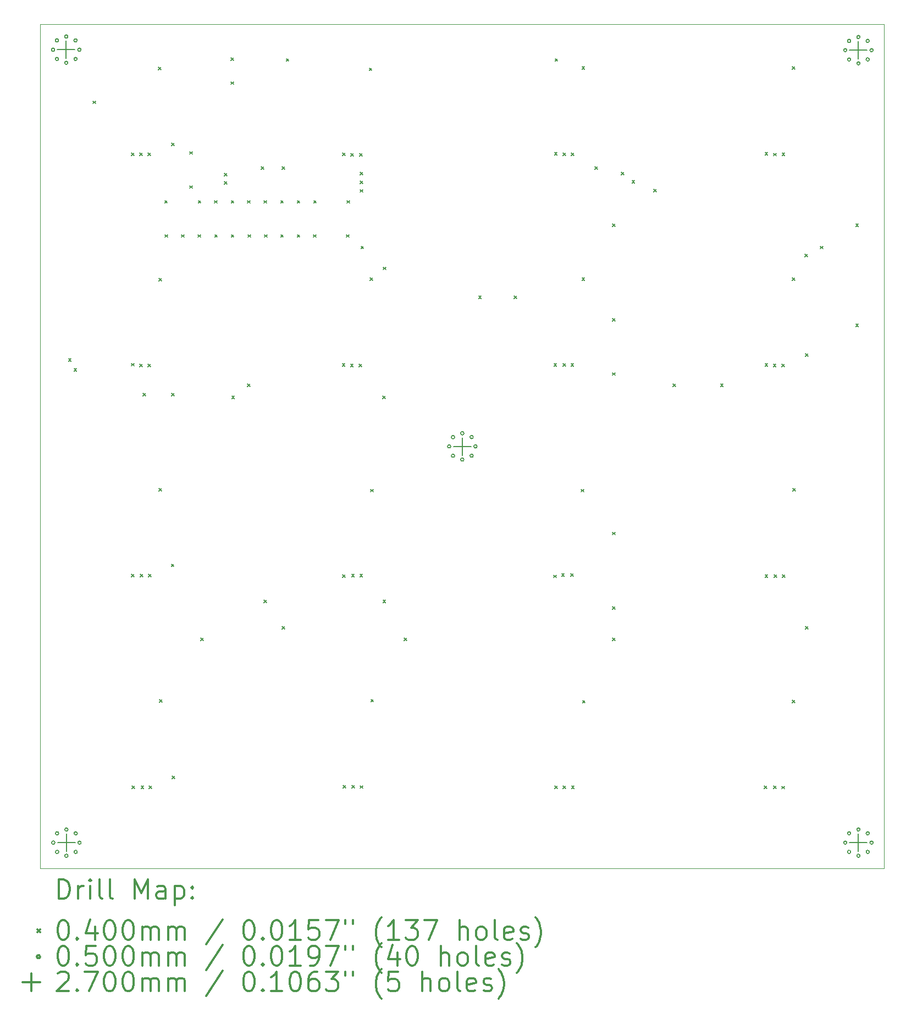
<source format=gbr>
%FSLAX45Y45*%
G04 Gerber Fmt 4.5, Leading zero omitted, Abs format (unit mm)*
G04 Created by KiCad (PCBNEW 5.1.10) date 2021-05-13 00:13:01*
%MOMM*%
%LPD*%
G01*
G04 APERTURE LIST*
%TA.AperFunction,Profile*%
%ADD10C,0.050000*%
%TD*%
%ADD11C,0.200000*%
%ADD12C,0.300000*%
G04 APERTURE END LIST*
D10*
X2742978Y-15405078D02*
X2740478Y-2407578D01*
X15737978Y-15405078D02*
X2742978Y-15405078D01*
X15737978Y-2407578D02*
X15737978Y-15405078D01*
X2740478Y-2407578D02*
X15737978Y-2407578D01*
D11*
X3175000Y-7555000D02*
X3215000Y-7595000D01*
X3215000Y-7555000D02*
X3175000Y-7595000D01*
X3260000Y-7710000D02*
X3300000Y-7750000D01*
X3300000Y-7710000D02*
X3260000Y-7750000D01*
X3555000Y-3590000D02*
X3595000Y-3630000D01*
X3595000Y-3590000D02*
X3555000Y-3630000D01*
X4147978Y-4387578D02*
X4187978Y-4427578D01*
X4187978Y-4387578D02*
X4147978Y-4427578D01*
X4147978Y-7627578D02*
X4187978Y-7667578D01*
X4187978Y-7627578D02*
X4147978Y-7667578D01*
X4147978Y-10872578D02*
X4187978Y-10912578D01*
X4187978Y-10872578D02*
X4147978Y-10912578D01*
X4152978Y-14132578D02*
X4192978Y-14172578D01*
X4192978Y-14132578D02*
X4152978Y-14172578D01*
X4270478Y-4387578D02*
X4310478Y-4427578D01*
X4310478Y-4387578D02*
X4270478Y-4427578D01*
X4272978Y-7640078D02*
X4312978Y-7680078D01*
X4312978Y-7640078D02*
X4272978Y-7680078D01*
X4280478Y-10872578D02*
X4320478Y-10912578D01*
X4320478Y-10872578D02*
X4280478Y-10912578D01*
X4292978Y-14132578D02*
X4332978Y-14172578D01*
X4332978Y-14132578D02*
X4292978Y-14172578D01*
X4322978Y-8087578D02*
X4362978Y-8127578D01*
X4362978Y-8087578D02*
X4322978Y-8127578D01*
X4400478Y-4387578D02*
X4440478Y-4427578D01*
X4440478Y-4387578D02*
X4400478Y-4427578D01*
X4400478Y-7640078D02*
X4440478Y-7680078D01*
X4440478Y-7640078D02*
X4400478Y-7680078D01*
X4405478Y-10872578D02*
X4445478Y-10912578D01*
X4445478Y-10872578D02*
X4405478Y-10912578D01*
X4415478Y-14137578D02*
X4455478Y-14177578D01*
X4455478Y-14137578D02*
X4415478Y-14177578D01*
X4557978Y-3067578D02*
X4597978Y-3107578D01*
X4597978Y-3067578D02*
X4557978Y-3107578D01*
X4567978Y-6317578D02*
X4607978Y-6357578D01*
X4607978Y-6317578D02*
X4567978Y-6357578D01*
X4567978Y-9552578D02*
X4607978Y-9592578D01*
X4607978Y-9552578D02*
X4567978Y-9592578D01*
X4577978Y-12807578D02*
X4617978Y-12847578D01*
X4617978Y-12807578D02*
X4577978Y-12847578D01*
X4657978Y-5122578D02*
X4697978Y-5162578D01*
X4697978Y-5122578D02*
X4657978Y-5162578D01*
X4662978Y-5647578D02*
X4702978Y-5687578D01*
X4702978Y-5647578D02*
X4662978Y-5687578D01*
X4760000Y-10720000D02*
X4800000Y-10760000D01*
X4800000Y-10720000D02*
X4760000Y-10760000D01*
X4762978Y-4237578D02*
X4802978Y-4277578D01*
X4802978Y-4237578D02*
X4762978Y-4277578D01*
X4762978Y-8087578D02*
X4802978Y-8127578D01*
X4802978Y-8087578D02*
X4762978Y-8127578D01*
X4775000Y-13980000D02*
X4815000Y-14020000D01*
X4815000Y-13980000D02*
X4775000Y-14020000D01*
X4917978Y-5647578D02*
X4957978Y-5687578D01*
X4957978Y-5647578D02*
X4917978Y-5687578D01*
X5040000Y-4370000D02*
X5080000Y-4410000D01*
X5080000Y-4370000D02*
X5040000Y-4410000D01*
X5040000Y-4895000D02*
X5080000Y-4935000D01*
X5080000Y-4895000D02*
X5040000Y-4935000D01*
X5167978Y-5647578D02*
X5207978Y-5687578D01*
X5207978Y-5647578D02*
X5167978Y-5687578D01*
X5172978Y-5122578D02*
X5212978Y-5162578D01*
X5212978Y-5122578D02*
X5172978Y-5162578D01*
X5212500Y-11857500D02*
X5252500Y-11897500D01*
X5252500Y-11857500D02*
X5212500Y-11897500D01*
X5422978Y-5122578D02*
X5462978Y-5162578D01*
X5462978Y-5122578D02*
X5422978Y-5162578D01*
X5427978Y-5647578D02*
X5467978Y-5687578D01*
X5467978Y-5647578D02*
X5427978Y-5687578D01*
X5577978Y-4702578D02*
X5617978Y-4742578D01*
X5617978Y-4702578D02*
X5577978Y-4742578D01*
X5577978Y-4832578D02*
X5617978Y-4872578D01*
X5617978Y-4832578D02*
X5577978Y-4872578D01*
X5677978Y-2927578D02*
X5717978Y-2967578D01*
X5717978Y-2927578D02*
X5677978Y-2967578D01*
X5677978Y-3292578D02*
X5717978Y-3332578D01*
X5717978Y-3292578D02*
X5677978Y-3332578D01*
X5682978Y-5122578D02*
X5722978Y-5162578D01*
X5722978Y-5122578D02*
X5682978Y-5162578D01*
X5682978Y-5647578D02*
X5722978Y-5687578D01*
X5722978Y-5647578D02*
X5682978Y-5687578D01*
X5690198Y-8135198D02*
X5730198Y-8175198D01*
X5730198Y-8135198D02*
X5690198Y-8175198D01*
X5932978Y-5122578D02*
X5972978Y-5162578D01*
X5972978Y-5122578D02*
X5932978Y-5162578D01*
X5932978Y-7947578D02*
X5972978Y-7987578D01*
X5972978Y-7947578D02*
X5932978Y-7987578D01*
X5937978Y-5647578D02*
X5977978Y-5687578D01*
X5977978Y-5647578D02*
X5937978Y-5687578D01*
X6142978Y-4602578D02*
X6182978Y-4642578D01*
X6182978Y-4602578D02*
X6142978Y-4642578D01*
X6186478Y-11271478D02*
X6226478Y-11311478D01*
X6226478Y-11271478D02*
X6186478Y-11311478D01*
X6186478Y-11271478D02*
X6226478Y-11311478D01*
X6226478Y-11271478D02*
X6186478Y-11311478D01*
X6187978Y-5122578D02*
X6227978Y-5162578D01*
X6227978Y-5122578D02*
X6187978Y-5162578D01*
X6192978Y-5647578D02*
X6232978Y-5687578D01*
X6232978Y-5647578D02*
X6192978Y-5687578D01*
X6442978Y-5122578D02*
X6482978Y-5162578D01*
X6482978Y-5122578D02*
X6442978Y-5162578D01*
X6442978Y-5647578D02*
X6482978Y-5687578D01*
X6482978Y-5647578D02*
X6442978Y-5687578D01*
X6462522Y-11677522D02*
X6502522Y-11717522D01*
X6502522Y-11677522D02*
X6462522Y-11717522D01*
X6462978Y-4602578D02*
X6502978Y-4642578D01*
X6502978Y-4602578D02*
X6462978Y-4642578D01*
X6527978Y-2937578D02*
X6567978Y-2977578D01*
X6567978Y-2937578D02*
X6527978Y-2977578D01*
X6697978Y-5122578D02*
X6737978Y-5162578D01*
X6737978Y-5122578D02*
X6697978Y-5162578D01*
X6697978Y-5647578D02*
X6737978Y-5687578D01*
X6737978Y-5647578D02*
X6697978Y-5687578D01*
X6947978Y-5647578D02*
X6987978Y-5687578D01*
X6987978Y-5647578D02*
X6947978Y-5687578D01*
X6952978Y-5122578D02*
X6992978Y-5162578D01*
X6992978Y-5122578D02*
X6952978Y-5162578D01*
X7392978Y-7632578D02*
X7432978Y-7672578D01*
X7432978Y-7632578D02*
X7392978Y-7672578D01*
X7395478Y-4392578D02*
X7435478Y-4432578D01*
X7435478Y-4392578D02*
X7395478Y-4432578D01*
X7397978Y-10882578D02*
X7437978Y-10922578D01*
X7437978Y-10882578D02*
X7397978Y-10922578D01*
X7407978Y-14127578D02*
X7447978Y-14167578D01*
X7447978Y-14127578D02*
X7407978Y-14167578D01*
X7457978Y-5647578D02*
X7497978Y-5687578D01*
X7497978Y-5647578D02*
X7457978Y-5687578D01*
X7462978Y-5122578D02*
X7502978Y-5162578D01*
X7502978Y-5122578D02*
X7462978Y-5162578D01*
X7520478Y-7640078D02*
X7560478Y-7680078D01*
X7560478Y-7640078D02*
X7520478Y-7680078D01*
X7522978Y-4397578D02*
X7562978Y-4437578D01*
X7562978Y-4397578D02*
X7522978Y-4437578D01*
X7535478Y-10875078D02*
X7575478Y-10915078D01*
X7575478Y-10875078D02*
X7535478Y-10915078D01*
X7542978Y-14127578D02*
X7582978Y-14167578D01*
X7582978Y-14127578D02*
X7542978Y-14167578D01*
X7652978Y-7640078D02*
X7692978Y-7680078D01*
X7692978Y-7640078D02*
X7652978Y-7680078D01*
X7660478Y-4397578D02*
X7700478Y-4437578D01*
X7700478Y-4397578D02*
X7660478Y-4437578D01*
X7662978Y-10875078D02*
X7702978Y-10915078D01*
X7702978Y-10875078D02*
X7662978Y-10915078D01*
X7667978Y-4687578D02*
X7707978Y-4727578D01*
X7707978Y-4687578D02*
X7667978Y-4727578D01*
X7667978Y-4822578D02*
X7707978Y-4862578D01*
X7707978Y-4822578D02*
X7667978Y-4862578D01*
X7667978Y-4952578D02*
X7707978Y-4992578D01*
X7707978Y-4952578D02*
X7667978Y-4992578D01*
X7667978Y-14130078D02*
X7707978Y-14170078D01*
X7707978Y-14130078D02*
X7667978Y-14170078D01*
X7680000Y-5825000D02*
X7720000Y-5865000D01*
X7720000Y-5825000D02*
X7680000Y-5865000D01*
X7807978Y-3082578D02*
X7847978Y-3122578D01*
X7847978Y-3082578D02*
X7807978Y-3122578D01*
X7817978Y-6312578D02*
X7857978Y-6352578D01*
X7857978Y-6312578D02*
X7817978Y-6352578D01*
X7827978Y-9567578D02*
X7867978Y-9607578D01*
X7867978Y-9567578D02*
X7827978Y-9607578D01*
X7832978Y-12802578D02*
X7872978Y-12842578D01*
X7872978Y-12802578D02*
X7832978Y-12842578D01*
X8015198Y-8135198D02*
X8055198Y-8175198D01*
X8055198Y-8135198D02*
X8015198Y-8175198D01*
X8018522Y-11271478D02*
X8058522Y-11311478D01*
X8058522Y-11271478D02*
X8018522Y-11311478D01*
X8022978Y-6147578D02*
X8062978Y-6187578D01*
X8062978Y-6147578D02*
X8022978Y-6187578D01*
X8347500Y-11857500D02*
X8387500Y-11897500D01*
X8387500Y-11857500D02*
X8347500Y-11897500D01*
X9492978Y-6592578D02*
X9532978Y-6632578D01*
X9532978Y-6592578D02*
X9492978Y-6632578D01*
X10037978Y-6592578D02*
X10077978Y-6632578D01*
X10077978Y-6592578D02*
X10037978Y-6632578D01*
X10647978Y-10887578D02*
X10687978Y-10927578D01*
X10687978Y-10887578D02*
X10647978Y-10927578D01*
X10652978Y-7632578D02*
X10692978Y-7672578D01*
X10692978Y-7632578D02*
X10652978Y-7672578D01*
X10660478Y-4382578D02*
X10700478Y-4422578D01*
X10700478Y-4382578D02*
X10660478Y-4422578D01*
X10662978Y-14132578D02*
X10702978Y-14172578D01*
X10702978Y-14132578D02*
X10662978Y-14172578D01*
X10667978Y-2937578D02*
X10707978Y-2977578D01*
X10707978Y-2937578D02*
X10667978Y-2977578D01*
X10770478Y-10867578D02*
X10810478Y-10907578D01*
X10810478Y-10867578D02*
X10770478Y-10907578D01*
X10790478Y-4390078D02*
X10830478Y-4430078D01*
X10830478Y-4390078D02*
X10790478Y-4430078D01*
X10790478Y-14137578D02*
X10830478Y-14177578D01*
X10830478Y-14137578D02*
X10790478Y-14177578D01*
X10792978Y-7630078D02*
X10832978Y-7670078D01*
X10832978Y-7630078D02*
X10792978Y-7670078D01*
X10910478Y-10865078D02*
X10950478Y-10905078D01*
X10950478Y-10865078D02*
X10910478Y-10905078D01*
X10915478Y-7630078D02*
X10955478Y-7670078D01*
X10955478Y-7630078D02*
X10915478Y-7670078D01*
X10917978Y-4392578D02*
X10957978Y-4432578D01*
X10957978Y-4392578D02*
X10917978Y-4432578D01*
X10922978Y-14137578D02*
X10962978Y-14177578D01*
X10962978Y-14137578D02*
X10922978Y-14177578D01*
X11072978Y-9567578D02*
X11112978Y-9607578D01*
X11112978Y-9567578D02*
X11072978Y-9607578D01*
X11082978Y-3062578D02*
X11122978Y-3102578D01*
X11122978Y-3062578D02*
X11082978Y-3102578D01*
X11082978Y-6312578D02*
X11122978Y-6352578D01*
X11122978Y-6312578D02*
X11082978Y-6352578D01*
X11092978Y-12817578D02*
X11132978Y-12857578D01*
X11132978Y-12817578D02*
X11092978Y-12857578D01*
X11282978Y-4602578D02*
X11322978Y-4642578D01*
X11322978Y-4602578D02*
X11282978Y-4642578D01*
X11552500Y-6937500D02*
X11592500Y-6977500D01*
X11592500Y-6937500D02*
X11552500Y-6977500D01*
X11552500Y-7772500D02*
X11592500Y-7812500D01*
X11592500Y-7772500D02*
X11552500Y-7812500D01*
X11552500Y-10227500D02*
X11592500Y-10267500D01*
X11592500Y-10227500D02*
X11552500Y-10267500D01*
X11552500Y-11372500D02*
X11592500Y-11412500D01*
X11592500Y-11372500D02*
X11552500Y-11412500D01*
X11552500Y-11857500D02*
X11592500Y-11897500D01*
X11592500Y-11857500D02*
X11552500Y-11897500D01*
X11555000Y-5480000D02*
X11595000Y-5520000D01*
X11595000Y-5480000D02*
X11555000Y-5520000D01*
X11687978Y-4687578D02*
X11727978Y-4727578D01*
X11727978Y-4687578D02*
X11687978Y-4727578D01*
X11855000Y-4815000D02*
X11895000Y-4855000D01*
X11895000Y-4815000D02*
X11855000Y-4855000D01*
X12190000Y-4950000D02*
X12230000Y-4990000D01*
X12230000Y-4950000D02*
X12190000Y-4990000D01*
X12482978Y-7947578D02*
X12522978Y-7987578D01*
X12522978Y-7947578D02*
X12482978Y-7987578D01*
X13217978Y-7947578D02*
X13257978Y-7987578D01*
X13257978Y-7947578D02*
X13217978Y-7987578D01*
X13892978Y-14137578D02*
X13932978Y-14177578D01*
X13932978Y-14137578D02*
X13892978Y-14177578D01*
X13902978Y-4382578D02*
X13942978Y-4422578D01*
X13942978Y-4382578D02*
X13902978Y-4422578D01*
X13902978Y-7632578D02*
X13942978Y-7672578D01*
X13942978Y-7632578D02*
X13902978Y-7672578D01*
X13902978Y-10882578D02*
X13942978Y-10922578D01*
X13942978Y-10882578D02*
X13902978Y-10922578D01*
X14030478Y-7640078D02*
X14070478Y-7680078D01*
X14070478Y-7640078D02*
X14030478Y-7680078D01*
X14032978Y-14137578D02*
X14072978Y-14177578D01*
X14072978Y-14137578D02*
X14032978Y-14177578D01*
X14035478Y-4395078D02*
X14075478Y-4435078D01*
X14075478Y-4395078D02*
X14035478Y-4435078D01*
X14040478Y-10885078D02*
X14080478Y-10925078D01*
X14080478Y-10885078D02*
X14040478Y-10925078D01*
X14160478Y-14140078D02*
X14200478Y-14180078D01*
X14200478Y-14140078D02*
X14160478Y-14180078D01*
X14162978Y-7640078D02*
X14202978Y-7680078D01*
X14202978Y-7640078D02*
X14162978Y-7680078D01*
X14165478Y-4390078D02*
X14205478Y-4430078D01*
X14205478Y-4390078D02*
X14165478Y-4430078D01*
X14170478Y-10885078D02*
X14210478Y-10925078D01*
X14210478Y-10885078D02*
X14170478Y-10925078D01*
X14322978Y-3062578D02*
X14362978Y-3102578D01*
X14362978Y-3062578D02*
X14322978Y-3102578D01*
X14322978Y-6312578D02*
X14362978Y-6352578D01*
X14362978Y-6312578D02*
X14322978Y-6352578D01*
X14322978Y-12812578D02*
X14362978Y-12852578D01*
X14362978Y-12812578D02*
X14322978Y-12852578D01*
X14327978Y-9557578D02*
X14367978Y-9597578D01*
X14367978Y-9557578D02*
X14327978Y-9597578D01*
X14517978Y-5947578D02*
X14557978Y-5987578D01*
X14557978Y-5947578D02*
X14517978Y-5987578D01*
X14522522Y-11677522D02*
X14562522Y-11717522D01*
X14562522Y-11677522D02*
X14522522Y-11717522D01*
X14522978Y-7477578D02*
X14562978Y-7517578D01*
X14562978Y-7477578D02*
X14522978Y-7517578D01*
X14755000Y-5825000D02*
X14795000Y-5865000D01*
X14795000Y-5825000D02*
X14755000Y-5865000D01*
X15300000Y-5480000D02*
X15340000Y-5520000D01*
X15340000Y-5480000D02*
X15300000Y-5520000D01*
X15300000Y-7025000D02*
X15340000Y-7065000D01*
X15340000Y-7025000D02*
X15300000Y-7065000D01*
X2962978Y-2800000D02*
G75*
G03*
X2962978Y-2800000I-25000J0D01*
G01*
X2965689Y-15007578D02*
G75*
G03*
X2965689Y-15007578I-25000J0D01*
G01*
X3022289Y-2656811D02*
G75*
G03*
X3022289Y-2656811I-25000J0D01*
G01*
X3022289Y-2943189D02*
G75*
G03*
X3022289Y-2943189I-25000J0D01*
G01*
X3025000Y-14864389D02*
G75*
G03*
X3025000Y-14864389I-25000J0D01*
G01*
X3025000Y-15150767D02*
G75*
G03*
X3025000Y-15150767I-25000J0D01*
G01*
X3165478Y-2597500D02*
G75*
G03*
X3165478Y-2597500I-25000J0D01*
G01*
X3165478Y-3002500D02*
G75*
G03*
X3165478Y-3002500I-25000J0D01*
G01*
X3168189Y-14805078D02*
G75*
G03*
X3168189Y-14805078I-25000J0D01*
G01*
X3168189Y-15210078D02*
G75*
G03*
X3168189Y-15210078I-25000J0D01*
G01*
X3308667Y-2656811D02*
G75*
G03*
X3308667Y-2656811I-25000J0D01*
G01*
X3308667Y-2943189D02*
G75*
G03*
X3308667Y-2943189I-25000J0D01*
G01*
X3311378Y-14864389D02*
G75*
G03*
X3311378Y-14864389I-25000J0D01*
G01*
X3311378Y-15150767D02*
G75*
G03*
X3311378Y-15150767I-25000J0D01*
G01*
X3367978Y-2800000D02*
G75*
G03*
X3367978Y-2800000I-25000J0D01*
G01*
X3370689Y-15007578D02*
G75*
G03*
X3370689Y-15007578I-25000J0D01*
G01*
X9062978Y-8907578D02*
G75*
G03*
X9062978Y-8907578I-25000J0D01*
G01*
X9122289Y-8764389D02*
G75*
G03*
X9122289Y-8764389I-25000J0D01*
G01*
X9122289Y-9050767D02*
G75*
G03*
X9122289Y-9050767I-25000J0D01*
G01*
X9265478Y-8705078D02*
G75*
G03*
X9265478Y-8705078I-25000J0D01*
G01*
X9265478Y-9110078D02*
G75*
G03*
X9265478Y-9110078I-25000J0D01*
G01*
X9408667Y-8764389D02*
G75*
G03*
X9408667Y-8764389I-25000J0D01*
G01*
X9408667Y-9050767D02*
G75*
G03*
X9408667Y-9050767I-25000J0D01*
G01*
X9467978Y-8907578D02*
G75*
G03*
X9467978Y-8907578I-25000J0D01*
G01*
X15162978Y-2807578D02*
G75*
G03*
X15162978Y-2807578I-25000J0D01*
G01*
X15162978Y-15007578D02*
G75*
G03*
X15162978Y-15007578I-25000J0D01*
G01*
X15222289Y-2664389D02*
G75*
G03*
X15222289Y-2664389I-25000J0D01*
G01*
X15222289Y-2950767D02*
G75*
G03*
X15222289Y-2950767I-25000J0D01*
G01*
X15222289Y-14864389D02*
G75*
G03*
X15222289Y-14864389I-25000J0D01*
G01*
X15222289Y-15150767D02*
G75*
G03*
X15222289Y-15150767I-25000J0D01*
G01*
X15365478Y-2605078D02*
G75*
G03*
X15365478Y-2605078I-25000J0D01*
G01*
X15365478Y-3010078D02*
G75*
G03*
X15365478Y-3010078I-25000J0D01*
G01*
X15365478Y-14805078D02*
G75*
G03*
X15365478Y-14805078I-25000J0D01*
G01*
X15365478Y-15210078D02*
G75*
G03*
X15365478Y-15210078I-25000J0D01*
G01*
X15508667Y-2664389D02*
G75*
G03*
X15508667Y-2664389I-25000J0D01*
G01*
X15508667Y-2950767D02*
G75*
G03*
X15508667Y-2950767I-25000J0D01*
G01*
X15508667Y-14864389D02*
G75*
G03*
X15508667Y-14864389I-25000J0D01*
G01*
X15508667Y-15150767D02*
G75*
G03*
X15508667Y-15150767I-25000J0D01*
G01*
X15567978Y-2807578D02*
G75*
G03*
X15567978Y-2807578I-25000J0D01*
G01*
X15567978Y-15007578D02*
G75*
G03*
X15567978Y-15007578I-25000J0D01*
G01*
X3140478Y-2665000D02*
X3140478Y-2935000D01*
X3005478Y-2800000D02*
X3275478Y-2800000D01*
X3143189Y-14872578D02*
X3143189Y-15142578D01*
X3008189Y-15007578D02*
X3278189Y-15007578D01*
X9240478Y-8772578D02*
X9240478Y-9042578D01*
X9105478Y-8907578D02*
X9375478Y-8907578D01*
X15340478Y-2672578D02*
X15340478Y-2942578D01*
X15205478Y-2807578D02*
X15475478Y-2807578D01*
X15340478Y-14872578D02*
X15340478Y-15142578D01*
X15205478Y-15007578D02*
X15475478Y-15007578D01*
D12*
X3024406Y-15873292D02*
X3024406Y-15573292D01*
X3095835Y-15573292D01*
X3138692Y-15587578D01*
X3167264Y-15616149D01*
X3181549Y-15644721D01*
X3195835Y-15701864D01*
X3195835Y-15744721D01*
X3181549Y-15801864D01*
X3167264Y-15830435D01*
X3138692Y-15859007D01*
X3095835Y-15873292D01*
X3024406Y-15873292D01*
X3324406Y-15873292D02*
X3324406Y-15673292D01*
X3324406Y-15730435D02*
X3338692Y-15701864D01*
X3352978Y-15687578D01*
X3381549Y-15673292D01*
X3410121Y-15673292D01*
X3510121Y-15873292D02*
X3510121Y-15673292D01*
X3510121Y-15573292D02*
X3495835Y-15587578D01*
X3510121Y-15601864D01*
X3524406Y-15587578D01*
X3510121Y-15573292D01*
X3510121Y-15601864D01*
X3695835Y-15873292D02*
X3667264Y-15859007D01*
X3652978Y-15830435D01*
X3652978Y-15573292D01*
X3852978Y-15873292D02*
X3824406Y-15859007D01*
X3810121Y-15830435D01*
X3810121Y-15573292D01*
X4195835Y-15873292D02*
X4195835Y-15573292D01*
X4295835Y-15787578D01*
X4395835Y-15573292D01*
X4395835Y-15873292D01*
X4667264Y-15873292D02*
X4667264Y-15716149D01*
X4652978Y-15687578D01*
X4624406Y-15673292D01*
X4567264Y-15673292D01*
X4538692Y-15687578D01*
X4667264Y-15859007D02*
X4638692Y-15873292D01*
X4567264Y-15873292D01*
X4538692Y-15859007D01*
X4524406Y-15830435D01*
X4524406Y-15801864D01*
X4538692Y-15773292D01*
X4567264Y-15759007D01*
X4638692Y-15759007D01*
X4667264Y-15744721D01*
X4810121Y-15673292D02*
X4810121Y-15973292D01*
X4810121Y-15687578D02*
X4838692Y-15673292D01*
X4895835Y-15673292D01*
X4924406Y-15687578D01*
X4938692Y-15701864D01*
X4952978Y-15730435D01*
X4952978Y-15816149D01*
X4938692Y-15844721D01*
X4924406Y-15859007D01*
X4895835Y-15873292D01*
X4838692Y-15873292D01*
X4810121Y-15859007D01*
X5081549Y-15844721D02*
X5095835Y-15859007D01*
X5081549Y-15873292D01*
X5067264Y-15859007D01*
X5081549Y-15844721D01*
X5081549Y-15873292D01*
X5081549Y-15687578D02*
X5095835Y-15701864D01*
X5081549Y-15716149D01*
X5067264Y-15701864D01*
X5081549Y-15687578D01*
X5081549Y-15716149D01*
X2697978Y-16347578D02*
X2737978Y-16387578D01*
X2737978Y-16347578D02*
X2697978Y-16387578D01*
X3081549Y-16203292D02*
X3110121Y-16203292D01*
X3138692Y-16217578D01*
X3152978Y-16231864D01*
X3167264Y-16260435D01*
X3181549Y-16317578D01*
X3181549Y-16389007D01*
X3167264Y-16446149D01*
X3152978Y-16474721D01*
X3138692Y-16489007D01*
X3110121Y-16503292D01*
X3081549Y-16503292D01*
X3052978Y-16489007D01*
X3038692Y-16474721D01*
X3024406Y-16446149D01*
X3010121Y-16389007D01*
X3010121Y-16317578D01*
X3024406Y-16260435D01*
X3038692Y-16231864D01*
X3052978Y-16217578D01*
X3081549Y-16203292D01*
X3310121Y-16474721D02*
X3324406Y-16489007D01*
X3310121Y-16503292D01*
X3295835Y-16489007D01*
X3310121Y-16474721D01*
X3310121Y-16503292D01*
X3581549Y-16303292D02*
X3581549Y-16503292D01*
X3510121Y-16189007D02*
X3438692Y-16403292D01*
X3624406Y-16403292D01*
X3795835Y-16203292D02*
X3824406Y-16203292D01*
X3852978Y-16217578D01*
X3867264Y-16231864D01*
X3881549Y-16260435D01*
X3895835Y-16317578D01*
X3895835Y-16389007D01*
X3881549Y-16446149D01*
X3867264Y-16474721D01*
X3852978Y-16489007D01*
X3824406Y-16503292D01*
X3795835Y-16503292D01*
X3767264Y-16489007D01*
X3752978Y-16474721D01*
X3738692Y-16446149D01*
X3724406Y-16389007D01*
X3724406Y-16317578D01*
X3738692Y-16260435D01*
X3752978Y-16231864D01*
X3767264Y-16217578D01*
X3795835Y-16203292D01*
X4081549Y-16203292D02*
X4110121Y-16203292D01*
X4138692Y-16217578D01*
X4152978Y-16231864D01*
X4167264Y-16260435D01*
X4181549Y-16317578D01*
X4181549Y-16389007D01*
X4167264Y-16446149D01*
X4152978Y-16474721D01*
X4138692Y-16489007D01*
X4110121Y-16503292D01*
X4081549Y-16503292D01*
X4052978Y-16489007D01*
X4038692Y-16474721D01*
X4024406Y-16446149D01*
X4010121Y-16389007D01*
X4010121Y-16317578D01*
X4024406Y-16260435D01*
X4038692Y-16231864D01*
X4052978Y-16217578D01*
X4081549Y-16203292D01*
X4310121Y-16503292D02*
X4310121Y-16303292D01*
X4310121Y-16331864D02*
X4324406Y-16317578D01*
X4352978Y-16303292D01*
X4395835Y-16303292D01*
X4424406Y-16317578D01*
X4438692Y-16346149D01*
X4438692Y-16503292D01*
X4438692Y-16346149D02*
X4452978Y-16317578D01*
X4481549Y-16303292D01*
X4524406Y-16303292D01*
X4552978Y-16317578D01*
X4567264Y-16346149D01*
X4567264Y-16503292D01*
X4710121Y-16503292D02*
X4710121Y-16303292D01*
X4710121Y-16331864D02*
X4724406Y-16317578D01*
X4752978Y-16303292D01*
X4795835Y-16303292D01*
X4824406Y-16317578D01*
X4838692Y-16346149D01*
X4838692Y-16503292D01*
X4838692Y-16346149D02*
X4852978Y-16317578D01*
X4881549Y-16303292D01*
X4924406Y-16303292D01*
X4952978Y-16317578D01*
X4967264Y-16346149D01*
X4967264Y-16503292D01*
X5552978Y-16189007D02*
X5295835Y-16574721D01*
X5938692Y-16203292D02*
X5967264Y-16203292D01*
X5995835Y-16217578D01*
X6010121Y-16231864D01*
X6024406Y-16260435D01*
X6038692Y-16317578D01*
X6038692Y-16389007D01*
X6024406Y-16446149D01*
X6010121Y-16474721D01*
X5995835Y-16489007D01*
X5967264Y-16503292D01*
X5938692Y-16503292D01*
X5910121Y-16489007D01*
X5895835Y-16474721D01*
X5881549Y-16446149D01*
X5867264Y-16389007D01*
X5867264Y-16317578D01*
X5881549Y-16260435D01*
X5895835Y-16231864D01*
X5910121Y-16217578D01*
X5938692Y-16203292D01*
X6167264Y-16474721D02*
X6181549Y-16489007D01*
X6167264Y-16503292D01*
X6152978Y-16489007D01*
X6167264Y-16474721D01*
X6167264Y-16503292D01*
X6367264Y-16203292D02*
X6395835Y-16203292D01*
X6424406Y-16217578D01*
X6438692Y-16231864D01*
X6452978Y-16260435D01*
X6467264Y-16317578D01*
X6467264Y-16389007D01*
X6452978Y-16446149D01*
X6438692Y-16474721D01*
X6424406Y-16489007D01*
X6395835Y-16503292D01*
X6367264Y-16503292D01*
X6338692Y-16489007D01*
X6324406Y-16474721D01*
X6310121Y-16446149D01*
X6295835Y-16389007D01*
X6295835Y-16317578D01*
X6310121Y-16260435D01*
X6324406Y-16231864D01*
X6338692Y-16217578D01*
X6367264Y-16203292D01*
X6752978Y-16503292D02*
X6581549Y-16503292D01*
X6667264Y-16503292D02*
X6667264Y-16203292D01*
X6638692Y-16246149D01*
X6610121Y-16274721D01*
X6581549Y-16289007D01*
X7024406Y-16203292D02*
X6881549Y-16203292D01*
X6867264Y-16346149D01*
X6881549Y-16331864D01*
X6910121Y-16317578D01*
X6981549Y-16317578D01*
X7010121Y-16331864D01*
X7024406Y-16346149D01*
X7038692Y-16374721D01*
X7038692Y-16446149D01*
X7024406Y-16474721D01*
X7010121Y-16489007D01*
X6981549Y-16503292D01*
X6910121Y-16503292D01*
X6881549Y-16489007D01*
X6867264Y-16474721D01*
X7138692Y-16203292D02*
X7338692Y-16203292D01*
X7210121Y-16503292D01*
X7438692Y-16203292D02*
X7438692Y-16260435D01*
X7552978Y-16203292D02*
X7552978Y-16260435D01*
X7995835Y-16617578D02*
X7981549Y-16603292D01*
X7952978Y-16560435D01*
X7938692Y-16531864D01*
X7924406Y-16489007D01*
X7910121Y-16417578D01*
X7910121Y-16360435D01*
X7924406Y-16289007D01*
X7938692Y-16246149D01*
X7952978Y-16217578D01*
X7981549Y-16174721D01*
X7995835Y-16160435D01*
X8267264Y-16503292D02*
X8095835Y-16503292D01*
X8181549Y-16503292D02*
X8181549Y-16203292D01*
X8152978Y-16246149D01*
X8124406Y-16274721D01*
X8095835Y-16289007D01*
X8367264Y-16203292D02*
X8552978Y-16203292D01*
X8452978Y-16317578D01*
X8495835Y-16317578D01*
X8524406Y-16331864D01*
X8538692Y-16346149D01*
X8552978Y-16374721D01*
X8552978Y-16446149D01*
X8538692Y-16474721D01*
X8524406Y-16489007D01*
X8495835Y-16503292D01*
X8410121Y-16503292D01*
X8381549Y-16489007D01*
X8367264Y-16474721D01*
X8652978Y-16203292D02*
X8852978Y-16203292D01*
X8724406Y-16503292D01*
X9195835Y-16503292D02*
X9195835Y-16203292D01*
X9324406Y-16503292D02*
X9324406Y-16346149D01*
X9310121Y-16317578D01*
X9281549Y-16303292D01*
X9238692Y-16303292D01*
X9210121Y-16317578D01*
X9195835Y-16331864D01*
X9510121Y-16503292D02*
X9481549Y-16489007D01*
X9467264Y-16474721D01*
X9452978Y-16446149D01*
X9452978Y-16360435D01*
X9467264Y-16331864D01*
X9481549Y-16317578D01*
X9510121Y-16303292D01*
X9552978Y-16303292D01*
X9581549Y-16317578D01*
X9595835Y-16331864D01*
X9610121Y-16360435D01*
X9610121Y-16446149D01*
X9595835Y-16474721D01*
X9581549Y-16489007D01*
X9552978Y-16503292D01*
X9510121Y-16503292D01*
X9781549Y-16503292D02*
X9752978Y-16489007D01*
X9738692Y-16460435D01*
X9738692Y-16203292D01*
X10010121Y-16489007D02*
X9981549Y-16503292D01*
X9924406Y-16503292D01*
X9895835Y-16489007D01*
X9881549Y-16460435D01*
X9881549Y-16346149D01*
X9895835Y-16317578D01*
X9924406Y-16303292D01*
X9981549Y-16303292D01*
X10010121Y-16317578D01*
X10024406Y-16346149D01*
X10024406Y-16374721D01*
X9881549Y-16403292D01*
X10138692Y-16489007D02*
X10167264Y-16503292D01*
X10224406Y-16503292D01*
X10252978Y-16489007D01*
X10267264Y-16460435D01*
X10267264Y-16446149D01*
X10252978Y-16417578D01*
X10224406Y-16403292D01*
X10181549Y-16403292D01*
X10152978Y-16389007D01*
X10138692Y-16360435D01*
X10138692Y-16346149D01*
X10152978Y-16317578D01*
X10181549Y-16303292D01*
X10224406Y-16303292D01*
X10252978Y-16317578D01*
X10367264Y-16617578D02*
X10381549Y-16603292D01*
X10410121Y-16560435D01*
X10424406Y-16531864D01*
X10438692Y-16489007D01*
X10452978Y-16417578D01*
X10452978Y-16360435D01*
X10438692Y-16289007D01*
X10424406Y-16246149D01*
X10410121Y-16217578D01*
X10381549Y-16174721D01*
X10367264Y-16160435D01*
X2737978Y-16763578D02*
G75*
G03*
X2737978Y-16763578I-25000J0D01*
G01*
X3081549Y-16599292D02*
X3110121Y-16599292D01*
X3138692Y-16613578D01*
X3152978Y-16627864D01*
X3167264Y-16656435D01*
X3181549Y-16713578D01*
X3181549Y-16785007D01*
X3167264Y-16842150D01*
X3152978Y-16870721D01*
X3138692Y-16885007D01*
X3110121Y-16899292D01*
X3081549Y-16899292D01*
X3052978Y-16885007D01*
X3038692Y-16870721D01*
X3024406Y-16842150D01*
X3010121Y-16785007D01*
X3010121Y-16713578D01*
X3024406Y-16656435D01*
X3038692Y-16627864D01*
X3052978Y-16613578D01*
X3081549Y-16599292D01*
X3310121Y-16870721D02*
X3324406Y-16885007D01*
X3310121Y-16899292D01*
X3295835Y-16885007D01*
X3310121Y-16870721D01*
X3310121Y-16899292D01*
X3595835Y-16599292D02*
X3452978Y-16599292D01*
X3438692Y-16742149D01*
X3452978Y-16727864D01*
X3481549Y-16713578D01*
X3552978Y-16713578D01*
X3581549Y-16727864D01*
X3595835Y-16742149D01*
X3610121Y-16770721D01*
X3610121Y-16842150D01*
X3595835Y-16870721D01*
X3581549Y-16885007D01*
X3552978Y-16899292D01*
X3481549Y-16899292D01*
X3452978Y-16885007D01*
X3438692Y-16870721D01*
X3795835Y-16599292D02*
X3824406Y-16599292D01*
X3852978Y-16613578D01*
X3867264Y-16627864D01*
X3881549Y-16656435D01*
X3895835Y-16713578D01*
X3895835Y-16785007D01*
X3881549Y-16842150D01*
X3867264Y-16870721D01*
X3852978Y-16885007D01*
X3824406Y-16899292D01*
X3795835Y-16899292D01*
X3767264Y-16885007D01*
X3752978Y-16870721D01*
X3738692Y-16842150D01*
X3724406Y-16785007D01*
X3724406Y-16713578D01*
X3738692Y-16656435D01*
X3752978Y-16627864D01*
X3767264Y-16613578D01*
X3795835Y-16599292D01*
X4081549Y-16599292D02*
X4110121Y-16599292D01*
X4138692Y-16613578D01*
X4152978Y-16627864D01*
X4167264Y-16656435D01*
X4181549Y-16713578D01*
X4181549Y-16785007D01*
X4167264Y-16842150D01*
X4152978Y-16870721D01*
X4138692Y-16885007D01*
X4110121Y-16899292D01*
X4081549Y-16899292D01*
X4052978Y-16885007D01*
X4038692Y-16870721D01*
X4024406Y-16842150D01*
X4010121Y-16785007D01*
X4010121Y-16713578D01*
X4024406Y-16656435D01*
X4038692Y-16627864D01*
X4052978Y-16613578D01*
X4081549Y-16599292D01*
X4310121Y-16899292D02*
X4310121Y-16699292D01*
X4310121Y-16727864D02*
X4324406Y-16713578D01*
X4352978Y-16699292D01*
X4395835Y-16699292D01*
X4424406Y-16713578D01*
X4438692Y-16742149D01*
X4438692Y-16899292D01*
X4438692Y-16742149D02*
X4452978Y-16713578D01*
X4481549Y-16699292D01*
X4524406Y-16699292D01*
X4552978Y-16713578D01*
X4567264Y-16742149D01*
X4567264Y-16899292D01*
X4710121Y-16899292D02*
X4710121Y-16699292D01*
X4710121Y-16727864D02*
X4724406Y-16713578D01*
X4752978Y-16699292D01*
X4795835Y-16699292D01*
X4824406Y-16713578D01*
X4838692Y-16742149D01*
X4838692Y-16899292D01*
X4838692Y-16742149D02*
X4852978Y-16713578D01*
X4881549Y-16699292D01*
X4924406Y-16699292D01*
X4952978Y-16713578D01*
X4967264Y-16742149D01*
X4967264Y-16899292D01*
X5552978Y-16585007D02*
X5295835Y-16970721D01*
X5938692Y-16599292D02*
X5967264Y-16599292D01*
X5995835Y-16613578D01*
X6010121Y-16627864D01*
X6024406Y-16656435D01*
X6038692Y-16713578D01*
X6038692Y-16785007D01*
X6024406Y-16842150D01*
X6010121Y-16870721D01*
X5995835Y-16885007D01*
X5967264Y-16899292D01*
X5938692Y-16899292D01*
X5910121Y-16885007D01*
X5895835Y-16870721D01*
X5881549Y-16842150D01*
X5867264Y-16785007D01*
X5867264Y-16713578D01*
X5881549Y-16656435D01*
X5895835Y-16627864D01*
X5910121Y-16613578D01*
X5938692Y-16599292D01*
X6167264Y-16870721D02*
X6181549Y-16885007D01*
X6167264Y-16899292D01*
X6152978Y-16885007D01*
X6167264Y-16870721D01*
X6167264Y-16899292D01*
X6367264Y-16599292D02*
X6395835Y-16599292D01*
X6424406Y-16613578D01*
X6438692Y-16627864D01*
X6452978Y-16656435D01*
X6467264Y-16713578D01*
X6467264Y-16785007D01*
X6452978Y-16842150D01*
X6438692Y-16870721D01*
X6424406Y-16885007D01*
X6395835Y-16899292D01*
X6367264Y-16899292D01*
X6338692Y-16885007D01*
X6324406Y-16870721D01*
X6310121Y-16842150D01*
X6295835Y-16785007D01*
X6295835Y-16713578D01*
X6310121Y-16656435D01*
X6324406Y-16627864D01*
X6338692Y-16613578D01*
X6367264Y-16599292D01*
X6752978Y-16899292D02*
X6581549Y-16899292D01*
X6667264Y-16899292D02*
X6667264Y-16599292D01*
X6638692Y-16642149D01*
X6610121Y-16670721D01*
X6581549Y-16685007D01*
X6895835Y-16899292D02*
X6952978Y-16899292D01*
X6981549Y-16885007D01*
X6995835Y-16870721D01*
X7024406Y-16827864D01*
X7038692Y-16770721D01*
X7038692Y-16656435D01*
X7024406Y-16627864D01*
X7010121Y-16613578D01*
X6981549Y-16599292D01*
X6924406Y-16599292D01*
X6895835Y-16613578D01*
X6881549Y-16627864D01*
X6867264Y-16656435D01*
X6867264Y-16727864D01*
X6881549Y-16756435D01*
X6895835Y-16770721D01*
X6924406Y-16785007D01*
X6981549Y-16785007D01*
X7010121Y-16770721D01*
X7024406Y-16756435D01*
X7038692Y-16727864D01*
X7138692Y-16599292D02*
X7338692Y-16599292D01*
X7210121Y-16899292D01*
X7438692Y-16599292D02*
X7438692Y-16656435D01*
X7552978Y-16599292D02*
X7552978Y-16656435D01*
X7995835Y-17013578D02*
X7981549Y-16999292D01*
X7952978Y-16956435D01*
X7938692Y-16927864D01*
X7924406Y-16885007D01*
X7910121Y-16813578D01*
X7910121Y-16756435D01*
X7924406Y-16685007D01*
X7938692Y-16642149D01*
X7952978Y-16613578D01*
X7981549Y-16570721D01*
X7995835Y-16556435D01*
X8238692Y-16699292D02*
X8238692Y-16899292D01*
X8167264Y-16585007D02*
X8095835Y-16799292D01*
X8281549Y-16799292D01*
X8452978Y-16599292D02*
X8481549Y-16599292D01*
X8510121Y-16613578D01*
X8524406Y-16627864D01*
X8538692Y-16656435D01*
X8552978Y-16713578D01*
X8552978Y-16785007D01*
X8538692Y-16842150D01*
X8524406Y-16870721D01*
X8510121Y-16885007D01*
X8481549Y-16899292D01*
X8452978Y-16899292D01*
X8424406Y-16885007D01*
X8410121Y-16870721D01*
X8395835Y-16842150D01*
X8381549Y-16785007D01*
X8381549Y-16713578D01*
X8395835Y-16656435D01*
X8410121Y-16627864D01*
X8424406Y-16613578D01*
X8452978Y-16599292D01*
X8910121Y-16899292D02*
X8910121Y-16599292D01*
X9038692Y-16899292D02*
X9038692Y-16742149D01*
X9024406Y-16713578D01*
X8995835Y-16699292D01*
X8952978Y-16699292D01*
X8924406Y-16713578D01*
X8910121Y-16727864D01*
X9224406Y-16899292D02*
X9195835Y-16885007D01*
X9181549Y-16870721D01*
X9167264Y-16842150D01*
X9167264Y-16756435D01*
X9181549Y-16727864D01*
X9195835Y-16713578D01*
X9224406Y-16699292D01*
X9267264Y-16699292D01*
X9295835Y-16713578D01*
X9310121Y-16727864D01*
X9324406Y-16756435D01*
X9324406Y-16842150D01*
X9310121Y-16870721D01*
X9295835Y-16885007D01*
X9267264Y-16899292D01*
X9224406Y-16899292D01*
X9495835Y-16899292D02*
X9467264Y-16885007D01*
X9452978Y-16856435D01*
X9452978Y-16599292D01*
X9724406Y-16885007D02*
X9695835Y-16899292D01*
X9638692Y-16899292D01*
X9610121Y-16885007D01*
X9595835Y-16856435D01*
X9595835Y-16742149D01*
X9610121Y-16713578D01*
X9638692Y-16699292D01*
X9695835Y-16699292D01*
X9724406Y-16713578D01*
X9738692Y-16742149D01*
X9738692Y-16770721D01*
X9595835Y-16799292D01*
X9852978Y-16885007D02*
X9881549Y-16899292D01*
X9938692Y-16899292D01*
X9967264Y-16885007D01*
X9981549Y-16856435D01*
X9981549Y-16842150D01*
X9967264Y-16813578D01*
X9938692Y-16799292D01*
X9895835Y-16799292D01*
X9867264Y-16785007D01*
X9852978Y-16756435D01*
X9852978Y-16742149D01*
X9867264Y-16713578D01*
X9895835Y-16699292D01*
X9938692Y-16699292D01*
X9967264Y-16713578D01*
X10081549Y-17013578D02*
X10095835Y-16999292D01*
X10124406Y-16956435D01*
X10138692Y-16927864D01*
X10152978Y-16885007D01*
X10167264Y-16813578D01*
X10167264Y-16756435D01*
X10152978Y-16685007D01*
X10138692Y-16642149D01*
X10124406Y-16613578D01*
X10095835Y-16570721D01*
X10081549Y-16556435D01*
X2602978Y-17024578D02*
X2602978Y-17294578D01*
X2467978Y-17159578D02*
X2737978Y-17159578D01*
X3010121Y-17023864D02*
X3024406Y-17009578D01*
X3052978Y-16995292D01*
X3124406Y-16995292D01*
X3152978Y-17009578D01*
X3167264Y-17023864D01*
X3181549Y-17052435D01*
X3181549Y-17081007D01*
X3167264Y-17123864D01*
X2995835Y-17295292D01*
X3181549Y-17295292D01*
X3310121Y-17266721D02*
X3324406Y-17281007D01*
X3310121Y-17295292D01*
X3295835Y-17281007D01*
X3310121Y-17266721D01*
X3310121Y-17295292D01*
X3424406Y-16995292D02*
X3624406Y-16995292D01*
X3495835Y-17295292D01*
X3795835Y-16995292D02*
X3824406Y-16995292D01*
X3852978Y-17009578D01*
X3867264Y-17023864D01*
X3881549Y-17052435D01*
X3895835Y-17109578D01*
X3895835Y-17181007D01*
X3881549Y-17238150D01*
X3867264Y-17266721D01*
X3852978Y-17281007D01*
X3824406Y-17295292D01*
X3795835Y-17295292D01*
X3767264Y-17281007D01*
X3752978Y-17266721D01*
X3738692Y-17238150D01*
X3724406Y-17181007D01*
X3724406Y-17109578D01*
X3738692Y-17052435D01*
X3752978Y-17023864D01*
X3767264Y-17009578D01*
X3795835Y-16995292D01*
X4081549Y-16995292D02*
X4110121Y-16995292D01*
X4138692Y-17009578D01*
X4152978Y-17023864D01*
X4167264Y-17052435D01*
X4181549Y-17109578D01*
X4181549Y-17181007D01*
X4167264Y-17238150D01*
X4152978Y-17266721D01*
X4138692Y-17281007D01*
X4110121Y-17295292D01*
X4081549Y-17295292D01*
X4052978Y-17281007D01*
X4038692Y-17266721D01*
X4024406Y-17238150D01*
X4010121Y-17181007D01*
X4010121Y-17109578D01*
X4024406Y-17052435D01*
X4038692Y-17023864D01*
X4052978Y-17009578D01*
X4081549Y-16995292D01*
X4310121Y-17295292D02*
X4310121Y-17095292D01*
X4310121Y-17123864D02*
X4324406Y-17109578D01*
X4352978Y-17095292D01*
X4395835Y-17095292D01*
X4424406Y-17109578D01*
X4438692Y-17138150D01*
X4438692Y-17295292D01*
X4438692Y-17138150D02*
X4452978Y-17109578D01*
X4481549Y-17095292D01*
X4524406Y-17095292D01*
X4552978Y-17109578D01*
X4567264Y-17138150D01*
X4567264Y-17295292D01*
X4710121Y-17295292D02*
X4710121Y-17095292D01*
X4710121Y-17123864D02*
X4724406Y-17109578D01*
X4752978Y-17095292D01*
X4795835Y-17095292D01*
X4824406Y-17109578D01*
X4838692Y-17138150D01*
X4838692Y-17295292D01*
X4838692Y-17138150D02*
X4852978Y-17109578D01*
X4881549Y-17095292D01*
X4924406Y-17095292D01*
X4952978Y-17109578D01*
X4967264Y-17138150D01*
X4967264Y-17295292D01*
X5552978Y-16981007D02*
X5295835Y-17366721D01*
X5938692Y-16995292D02*
X5967264Y-16995292D01*
X5995835Y-17009578D01*
X6010121Y-17023864D01*
X6024406Y-17052435D01*
X6038692Y-17109578D01*
X6038692Y-17181007D01*
X6024406Y-17238150D01*
X6010121Y-17266721D01*
X5995835Y-17281007D01*
X5967264Y-17295292D01*
X5938692Y-17295292D01*
X5910121Y-17281007D01*
X5895835Y-17266721D01*
X5881549Y-17238150D01*
X5867264Y-17181007D01*
X5867264Y-17109578D01*
X5881549Y-17052435D01*
X5895835Y-17023864D01*
X5910121Y-17009578D01*
X5938692Y-16995292D01*
X6167264Y-17266721D02*
X6181549Y-17281007D01*
X6167264Y-17295292D01*
X6152978Y-17281007D01*
X6167264Y-17266721D01*
X6167264Y-17295292D01*
X6467264Y-17295292D02*
X6295835Y-17295292D01*
X6381549Y-17295292D02*
X6381549Y-16995292D01*
X6352978Y-17038150D01*
X6324406Y-17066721D01*
X6295835Y-17081007D01*
X6652978Y-16995292D02*
X6681549Y-16995292D01*
X6710121Y-17009578D01*
X6724406Y-17023864D01*
X6738692Y-17052435D01*
X6752978Y-17109578D01*
X6752978Y-17181007D01*
X6738692Y-17238150D01*
X6724406Y-17266721D01*
X6710121Y-17281007D01*
X6681549Y-17295292D01*
X6652978Y-17295292D01*
X6624406Y-17281007D01*
X6610121Y-17266721D01*
X6595835Y-17238150D01*
X6581549Y-17181007D01*
X6581549Y-17109578D01*
X6595835Y-17052435D01*
X6610121Y-17023864D01*
X6624406Y-17009578D01*
X6652978Y-16995292D01*
X7010121Y-16995292D02*
X6952978Y-16995292D01*
X6924406Y-17009578D01*
X6910121Y-17023864D01*
X6881549Y-17066721D01*
X6867264Y-17123864D01*
X6867264Y-17238150D01*
X6881549Y-17266721D01*
X6895835Y-17281007D01*
X6924406Y-17295292D01*
X6981549Y-17295292D01*
X7010121Y-17281007D01*
X7024406Y-17266721D01*
X7038692Y-17238150D01*
X7038692Y-17166721D01*
X7024406Y-17138150D01*
X7010121Y-17123864D01*
X6981549Y-17109578D01*
X6924406Y-17109578D01*
X6895835Y-17123864D01*
X6881549Y-17138150D01*
X6867264Y-17166721D01*
X7138692Y-16995292D02*
X7324406Y-16995292D01*
X7224406Y-17109578D01*
X7267264Y-17109578D01*
X7295835Y-17123864D01*
X7310121Y-17138150D01*
X7324406Y-17166721D01*
X7324406Y-17238150D01*
X7310121Y-17266721D01*
X7295835Y-17281007D01*
X7267264Y-17295292D01*
X7181549Y-17295292D01*
X7152978Y-17281007D01*
X7138692Y-17266721D01*
X7438692Y-16995292D02*
X7438692Y-17052435D01*
X7552978Y-16995292D02*
X7552978Y-17052435D01*
X7995835Y-17409578D02*
X7981549Y-17395292D01*
X7952978Y-17352435D01*
X7938692Y-17323864D01*
X7924406Y-17281007D01*
X7910121Y-17209578D01*
X7910121Y-17152435D01*
X7924406Y-17081007D01*
X7938692Y-17038150D01*
X7952978Y-17009578D01*
X7981549Y-16966721D01*
X7995835Y-16952435D01*
X8252978Y-16995292D02*
X8110121Y-16995292D01*
X8095835Y-17138150D01*
X8110121Y-17123864D01*
X8138692Y-17109578D01*
X8210121Y-17109578D01*
X8238692Y-17123864D01*
X8252978Y-17138150D01*
X8267264Y-17166721D01*
X8267264Y-17238150D01*
X8252978Y-17266721D01*
X8238692Y-17281007D01*
X8210121Y-17295292D01*
X8138692Y-17295292D01*
X8110121Y-17281007D01*
X8095835Y-17266721D01*
X8624406Y-17295292D02*
X8624406Y-16995292D01*
X8752978Y-17295292D02*
X8752978Y-17138150D01*
X8738692Y-17109578D01*
X8710121Y-17095292D01*
X8667264Y-17095292D01*
X8638692Y-17109578D01*
X8624406Y-17123864D01*
X8938692Y-17295292D02*
X8910121Y-17281007D01*
X8895835Y-17266721D01*
X8881549Y-17238150D01*
X8881549Y-17152435D01*
X8895835Y-17123864D01*
X8910121Y-17109578D01*
X8938692Y-17095292D01*
X8981549Y-17095292D01*
X9010121Y-17109578D01*
X9024406Y-17123864D01*
X9038692Y-17152435D01*
X9038692Y-17238150D01*
X9024406Y-17266721D01*
X9010121Y-17281007D01*
X8981549Y-17295292D01*
X8938692Y-17295292D01*
X9210121Y-17295292D02*
X9181549Y-17281007D01*
X9167264Y-17252435D01*
X9167264Y-16995292D01*
X9438692Y-17281007D02*
X9410121Y-17295292D01*
X9352978Y-17295292D01*
X9324406Y-17281007D01*
X9310121Y-17252435D01*
X9310121Y-17138150D01*
X9324406Y-17109578D01*
X9352978Y-17095292D01*
X9410121Y-17095292D01*
X9438692Y-17109578D01*
X9452978Y-17138150D01*
X9452978Y-17166721D01*
X9310121Y-17195292D01*
X9567264Y-17281007D02*
X9595835Y-17295292D01*
X9652978Y-17295292D01*
X9681549Y-17281007D01*
X9695835Y-17252435D01*
X9695835Y-17238150D01*
X9681549Y-17209578D01*
X9652978Y-17195292D01*
X9610121Y-17195292D01*
X9581549Y-17181007D01*
X9567264Y-17152435D01*
X9567264Y-17138150D01*
X9581549Y-17109578D01*
X9610121Y-17095292D01*
X9652978Y-17095292D01*
X9681549Y-17109578D01*
X9795835Y-17409578D02*
X9810121Y-17395292D01*
X9838692Y-17352435D01*
X9852978Y-17323864D01*
X9867264Y-17281007D01*
X9881549Y-17209578D01*
X9881549Y-17152435D01*
X9867264Y-17081007D01*
X9852978Y-17038150D01*
X9838692Y-17009578D01*
X9810121Y-16966721D01*
X9795835Y-16952435D01*
M02*

</source>
